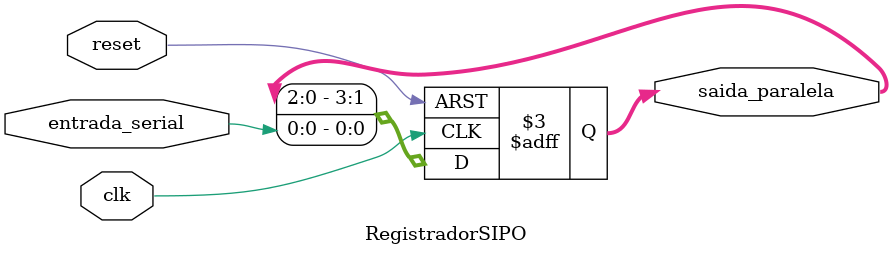
<source format=sv>
module RegistradorSIPO (
  input logic clk, reset, entrada_serial,
  output logic [3:0] saida_paralela
);

  always_ff @(posedge clk, posedge reset) 
    begin
      if (reset == 1)
        saida_paralela = 0;
      else
        saida_paralela = {saida_paralela[2:0], entrada_serial[0]};
    end

endmodule

</source>
